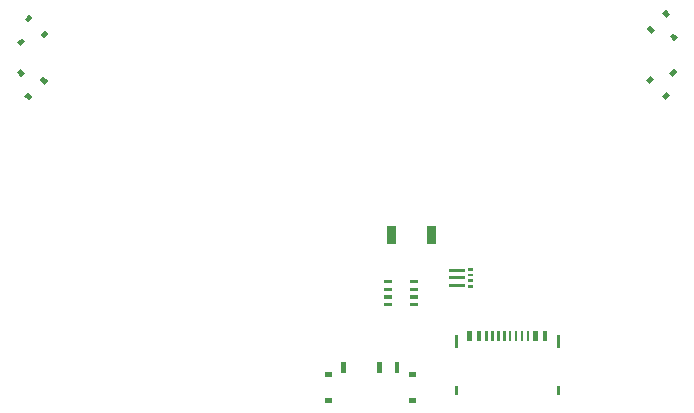
<source format=gbr>
G04 #@! TF.GenerationSoftware,KiCad,Pcbnew,9.0.3*
G04 #@! TF.CreationDate,2026-01-20T11:30:40+07:00*
G04 #@! TF.ProjectId,Mini_drone_PCB,4d696e69-5f64-4726-9f6e-655f5043422e,rev?*
G04 #@! TF.SameCoordinates,Original*
G04 #@! TF.FileFunction,Other,User*
%FSLAX46Y46*%
G04 Gerber Fmt 4.6, Leading zero omitted, Abs format (unit mm)*
G04 Created by KiCad (PCBNEW 9.0.3) date 2026-01-20 11:30:40*
%MOMM*%
%LPD*%
G01*
G04 APERTURE LIST*
%ADD10C,0.000000*%
G04 APERTURE END LIST*
D10*
G04 #@! TO.C,Q5*
G36*
X112465632Y-101161576D02*
G01*
X112161576Y-101465632D01*
X111949444Y-101253500D01*
X112253500Y-100949444D01*
X112465632Y-101161576D01*
G37*
G36*
X112649480Y-101345424D02*
G01*
X112345424Y-101649480D01*
X112154505Y-101458561D01*
X112458561Y-101154505D01*
X112649480Y-101345424D01*
G37*
G36*
X113073744Y-103113191D02*
G01*
X112769688Y-103417247D01*
X112578769Y-103226328D01*
X112882825Y-102922272D01*
X113073744Y-103113191D01*
G37*
G36*
X113278805Y-103318252D02*
G01*
X112974749Y-103622308D01*
X112762617Y-103410176D01*
X113066673Y-103106120D01*
X113278805Y-103318252D01*
G37*
G36*
X114417247Y-101769688D02*
G01*
X114113191Y-102073744D01*
X113922272Y-101882825D01*
X114226328Y-101578769D01*
X114417247Y-101769688D01*
G37*
G36*
X114622308Y-101974749D02*
G01*
X114318252Y-102278805D01*
X114106120Y-102066673D01*
X114410176Y-101762617D01*
X114622308Y-101974749D01*
G37*
G04 #@! TO.C,Q4*
G36*
X165786773Y-97476220D02*
G01*
X165482717Y-97780276D01*
X165270585Y-97568144D01*
X165574641Y-97264088D01*
X165786773Y-97476220D01*
G37*
G36*
X165970621Y-97660068D02*
G01*
X165666565Y-97964124D01*
X165475646Y-97773205D01*
X165779702Y-97469149D01*
X165970621Y-97660068D01*
G37*
G36*
X167130276Y-96132717D02*
G01*
X166826220Y-96436773D01*
X166614088Y-96224641D01*
X166918144Y-95920585D01*
X167130276Y-96132717D01*
G37*
G36*
X167314124Y-96316565D02*
G01*
X167010068Y-96620621D01*
X166819149Y-96429702D01*
X167123205Y-96125646D01*
X167314124Y-96316565D01*
G37*
G36*
X167738388Y-98084332D02*
G01*
X167434332Y-98388388D01*
X167243413Y-98197469D01*
X167547469Y-97893413D01*
X167738388Y-98084332D01*
G37*
G36*
X167943449Y-98289393D02*
G01*
X167639393Y-98593449D01*
X167427261Y-98381317D01*
X167731317Y-98077261D01*
X167943449Y-98289393D01*
G37*
G04 #@! TO.C,Q3*
G36*
X112515632Y-98788424D02*
G01*
X112303500Y-99000556D01*
X111999444Y-98696500D01*
X112211576Y-98484368D01*
X112515632Y-98788424D01*
G37*
G36*
X112699480Y-98604576D02*
G01*
X112508561Y-98795495D01*
X112204505Y-98491439D01*
X112395424Y-98300520D01*
X112699480Y-98604576D01*
G37*
G36*
X113123744Y-96836809D02*
G01*
X112932825Y-97027728D01*
X112628769Y-96723672D01*
X112819688Y-96532753D01*
X113123744Y-96836809D01*
G37*
G36*
X113328805Y-96631748D02*
G01*
X113116673Y-96843880D01*
X112812617Y-96539824D01*
X113024749Y-96327692D01*
X113328805Y-96631748D01*
G37*
G36*
X114467247Y-98180312D02*
G01*
X114276328Y-98371231D01*
X113972272Y-98067175D01*
X114163191Y-97876256D01*
X114467247Y-98180312D01*
G37*
G36*
X114672308Y-97975251D02*
G01*
X114460176Y-98187383D01*
X114156120Y-97883327D01*
X114368252Y-97671195D01*
X114672308Y-97975251D01*
G37*
G04 #@! TO.C,U1*
G36*
X149899999Y-118174500D02*
G01*
X148574999Y-118175000D01*
X148574999Y-117925001D01*
X149899999Y-117925000D01*
X149899999Y-118174500D01*
G37*
G36*
X149899999Y-118774500D02*
G01*
X148574999Y-118775000D01*
X148574999Y-118525001D01*
X149899999Y-118525000D01*
X149899999Y-118774500D01*
G37*
G36*
X149899999Y-119375000D02*
G01*
X148574999Y-119375500D01*
X148574999Y-119125500D01*
X149899999Y-119125500D01*
X149899999Y-119375000D01*
G37*
G36*
X150613499Y-118526500D02*
G01*
X150198999Y-118526000D01*
X150198998Y-118276000D01*
X150613000Y-118276000D01*
X150613499Y-118526500D01*
G37*
G36*
X150613499Y-118026000D02*
G01*
X150198999Y-118026000D01*
X150198999Y-117776000D01*
X150612999Y-117776000D01*
X150613499Y-118026000D01*
G37*
G36*
X150613499Y-119024500D02*
G01*
X150198999Y-119023999D01*
X150198999Y-118774000D01*
X150612999Y-118774000D01*
X150613499Y-119024500D01*
G37*
G36*
X150614499Y-119525500D02*
G01*
X150199999Y-119525000D01*
X150199999Y-119275000D01*
X150613999Y-119275000D01*
X150614499Y-119525500D01*
G37*
G04 #@! TO.C,USB1*
G36*
X149300000Y-124562500D02*
G01*
X149050000Y-124562500D01*
X149050000Y-123462500D01*
X149300000Y-123462500D01*
X149300000Y-124562500D01*
G37*
G36*
X149300000Y-128536500D02*
G01*
X149050000Y-128536500D01*
X149050000Y-127836500D01*
X149300000Y-127836500D01*
X149300000Y-128536500D01*
G37*
G36*
X150500000Y-124012500D02*
G01*
X150100000Y-124012500D01*
X150100000Y-123162500D01*
X150500000Y-123162500D01*
X150500000Y-124012500D01*
G37*
G36*
X151300000Y-124012500D02*
G01*
X150900000Y-124012500D01*
X150900000Y-123162500D01*
X151300000Y-123162500D01*
X151300000Y-124012500D01*
G37*
G36*
X151850000Y-124012500D02*
G01*
X151650000Y-124012500D01*
X151650000Y-123162500D01*
X151850000Y-123162500D01*
X151850000Y-124012500D01*
G37*
G36*
X152350000Y-124012500D02*
G01*
X152150000Y-124012500D01*
X152150000Y-123162500D01*
X152350000Y-123162500D01*
X152350000Y-124012500D01*
G37*
G36*
X152850000Y-124012500D02*
G01*
X152650000Y-124012500D01*
X152650000Y-123162500D01*
X152850000Y-123162500D01*
X152850000Y-124012500D01*
G37*
G36*
X153350000Y-124012500D02*
G01*
X153150000Y-124012500D01*
X153150000Y-123162500D01*
X153350000Y-123162500D01*
X153350000Y-124012500D01*
G37*
G36*
X153850000Y-124012500D02*
G01*
X153650000Y-124012500D01*
X153650000Y-123162500D01*
X153850000Y-123162500D01*
X153850000Y-124012500D01*
G37*
G36*
X154350000Y-124012500D02*
G01*
X154150000Y-124012500D01*
X154150000Y-123162500D01*
X154350000Y-123162500D01*
X154350000Y-124012500D01*
G37*
G36*
X154850000Y-124012500D02*
G01*
X154650000Y-124012500D01*
X154650000Y-123162500D01*
X154850000Y-123162500D01*
X154850000Y-124012500D01*
G37*
G36*
X155350000Y-124012500D02*
G01*
X155150000Y-124012500D01*
X155150000Y-123162500D01*
X155350000Y-123162500D01*
X155350000Y-124012500D01*
G37*
G36*
X156100000Y-124012500D02*
G01*
X155700000Y-124012500D01*
X155700000Y-123162500D01*
X156100000Y-123162500D01*
X156100000Y-124012500D01*
G37*
G36*
X156900000Y-124012500D02*
G01*
X156500000Y-124012500D01*
X156500000Y-123162500D01*
X156900000Y-123162500D01*
X156900000Y-124012500D01*
G37*
G36*
X157950000Y-124562500D02*
G01*
X157700000Y-124562500D01*
X157700000Y-123462500D01*
X157950000Y-123462500D01*
X157950000Y-124562500D01*
G37*
G36*
X157950000Y-128536500D02*
G01*
X157700000Y-128536500D01*
X157700000Y-127836500D01*
X157950000Y-127836500D01*
X157950000Y-128536500D01*
G37*
G04 #@! TO.C,U6*
G36*
X143550000Y-119109999D02*
G01*
X143100000Y-119109999D01*
X143100000Y-118809999D01*
X143550000Y-118809999D01*
X143550000Y-119109999D01*
G37*
G36*
X143550000Y-119760000D02*
G01*
X143100000Y-119760000D01*
X143100000Y-119460000D01*
X143550000Y-119460000D01*
X143550000Y-119760000D01*
G37*
G36*
X143550000Y-120410000D02*
G01*
X143100000Y-120410000D01*
X143100000Y-120110000D01*
X143550000Y-120110000D01*
X143550000Y-120410000D01*
G37*
G36*
X143550000Y-121060001D02*
G01*
X143100000Y-121060001D01*
X143100000Y-120760001D01*
X143550000Y-120760001D01*
X143550000Y-121060001D01*
G37*
G36*
X143697500Y-118810000D02*
G01*
X143697500Y-119110000D01*
X143540000Y-119109999D01*
X143540000Y-118809999D01*
X143697500Y-118810000D01*
G37*
G36*
X143697500Y-119760000D02*
G01*
X143540000Y-119760000D01*
X143540000Y-119460000D01*
X143697500Y-119460000D01*
X143697500Y-119760000D01*
G37*
G36*
X143697500Y-120410000D02*
G01*
X143540000Y-120410000D01*
X143540000Y-120110000D01*
X143697500Y-120110000D01*
X143697500Y-120410000D01*
G37*
G36*
X143697500Y-121060000D02*
G01*
X143540000Y-121060001D01*
X143540000Y-120760001D01*
X143697500Y-120760000D01*
X143697500Y-121060000D01*
G37*
G36*
X145460000Y-119109999D02*
G01*
X145302500Y-119110000D01*
X145302500Y-118810000D01*
X145460000Y-118809999D01*
X145460000Y-119109999D01*
G37*
G36*
X145460000Y-119760000D02*
G01*
X145302500Y-119760000D01*
X145302500Y-119460000D01*
X145460000Y-119460000D01*
X145460000Y-119760000D01*
G37*
G36*
X145460000Y-120410000D02*
G01*
X145302500Y-120410000D01*
X145302500Y-120110000D01*
X145460000Y-120110000D01*
X145460000Y-120410000D01*
G37*
G36*
X145460000Y-120760001D02*
G01*
X145460000Y-121060001D01*
X145302500Y-121060000D01*
X145302500Y-120760000D01*
X145460000Y-120760001D01*
G37*
G36*
X145900000Y-119109999D02*
G01*
X145450000Y-119109999D01*
X145450000Y-118809999D01*
X145900000Y-118809999D01*
X145900000Y-119109999D01*
G37*
G36*
X145900000Y-119760000D02*
G01*
X145450000Y-119760000D01*
X145450000Y-119460000D01*
X145900000Y-119460000D01*
X145900000Y-119760000D01*
G37*
G36*
X145900000Y-120410000D02*
G01*
X145450000Y-120410000D01*
X145450000Y-120110000D01*
X145900000Y-120110000D01*
X145900000Y-120410000D01*
G37*
G36*
X145900000Y-121060001D02*
G01*
X145450000Y-121060001D01*
X145450000Y-120760001D01*
X145900000Y-120760001D01*
X145900000Y-121060001D01*
G37*
G04 #@! TO.C,U2*
G36*
X144100000Y-115750000D02*
G01*
X143300000Y-115750000D01*
X143300000Y-114250000D01*
X144100000Y-114250000D01*
X144100000Y-115750000D01*
G37*
G36*
X147500000Y-115750000D02*
G01*
X146700000Y-115750000D01*
X146700000Y-114250000D01*
X147500000Y-114250000D01*
X147500000Y-115750000D01*
G37*
G04 #@! TO.C,Q6*
G36*
X165743697Y-102016857D02*
G01*
X165531565Y-102228989D01*
X165227509Y-101924933D01*
X165439641Y-101712801D01*
X165743697Y-102016857D01*
G37*
G36*
X165927545Y-101833009D02*
G01*
X165736626Y-102023928D01*
X165432570Y-101719872D01*
X165623489Y-101528953D01*
X165927545Y-101833009D01*
G37*
G36*
X167087200Y-103360360D02*
G01*
X166875068Y-103572492D01*
X166571012Y-103268436D01*
X166783144Y-103056304D01*
X167087200Y-103360360D01*
G37*
G36*
X167271048Y-103176512D02*
G01*
X167080129Y-103367431D01*
X166776073Y-103063375D01*
X166966992Y-102872456D01*
X167271048Y-103176512D01*
G37*
G36*
X167695312Y-101408745D02*
G01*
X167504393Y-101599664D01*
X167200337Y-101295608D01*
X167391256Y-101104689D01*
X167695312Y-101408745D01*
G37*
G36*
X167900373Y-101203684D02*
G01*
X167688241Y-101415816D01*
X167384185Y-101111760D01*
X167596317Y-100899628D01*
X167900373Y-101203684D01*
G37*
G04 #@! TO.C,SW2*
G36*
X138648000Y-127050000D02*
G01*
X138048000Y-127050000D01*
X138048000Y-126650000D01*
X138648000Y-126650000D01*
X138648000Y-127050000D01*
G37*
G36*
X138648000Y-129250000D02*
G01*
X138048000Y-129250000D01*
X138048000Y-128850000D01*
X138648000Y-128850000D01*
X138648000Y-129250000D01*
G37*
G36*
X139850000Y-126662000D02*
G01*
X139450000Y-126662000D01*
X139450000Y-125762000D01*
X139850000Y-125762000D01*
X139850000Y-126662000D01*
G37*
G36*
X142850000Y-126662000D02*
G01*
X142450000Y-126662000D01*
X142450000Y-125762000D01*
X142850000Y-125762000D01*
X142850000Y-126662000D01*
G37*
G36*
X144350000Y-126662000D02*
G01*
X143950000Y-126662000D01*
X143950000Y-125762000D01*
X144350000Y-125762000D01*
X144350000Y-126662000D01*
G37*
G36*
X145752000Y-127050000D02*
G01*
X145152000Y-127050000D01*
X145152000Y-126650000D01*
X145752000Y-126650000D01*
X145752000Y-127050000D01*
G37*
G36*
X145752000Y-129250000D02*
G01*
X145152000Y-129250000D01*
X145152000Y-128850000D01*
X145752000Y-128850000D01*
X145752000Y-129250000D01*
G37*
G04 #@! TD*
M02*

</source>
